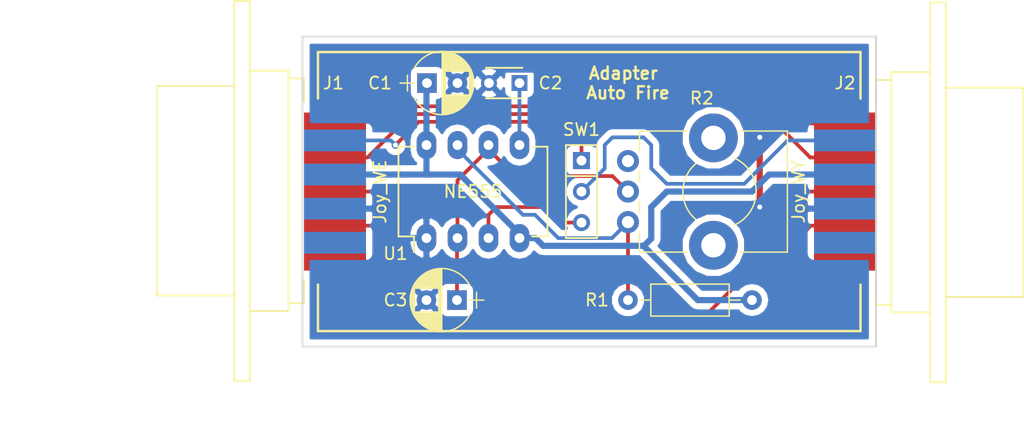
<source format=kicad_pcb>
(kicad_pcb (version 4) (host pcbnew 4.0.7)

  (general
    (links 23)
    (no_connects 0)
    (area 95.349287 85.700799 178.713201 123.350001)
    (thickness 1.6)
    (drawings 13)
    (tracks 103)
    (zones 0)
    (modules 9)
    (nets 18)
  )

  (page A4)
  (title_block
    (rev 0.2)
  )

  (layers
    (0 F.Cu signal)
    (31 B.Cu signal)
    (32 B.Adhes user)
    (33 F.Adhes user)
    (34 B.Paste user)
    (35 F.Paste user)
    (36 B.SilkS user)
    (37 F.SilkS user)
    (38 B.Mask user)
    (39 F.Mask user)
    (40 Dwgs.User user)
    (41 Cmts.User user)
    (42 Eco1.User user)
    (43 Eco2.User user)
    (44 Edge.Cuts user)
    (45 Margin user)
    (46 B.CrtYd user)
    (47 F.CrtYd user)
    (48 B.Fab user)
    (49 F.Fab user)
  )

  (setup
    (last_trace_width 0.3048)
    (trace_clearance 0.2032)
    (zone_clearance 0.508)
    (zone_45_only no)
    (trace_min 0.2)
    (segment_width 0.2)
    (edge_width 0.15)
    (via_size 0.6096)
    (via_drill 0.4064)
    (via_min_size 0.4)
    (via_min_drill 0.3)
    (uvia_size 0.3)
    (uvia_drill 0.1)
    (uvias_allowed no)
    (uvia_min_size 0.2)
    (uvia_min_drill 0.1)
    (pcb_text_width 0.3)
    (pcb_text_size 1.5 1.5)
    (mod_edge_width 0.15)
    (mod_text_size 1 1)
    (mod_text_width 0.15)
    (pad_size 1.524 1.524)
    (pad_drill 0.762)
    (pad_to_mask_clearance 0.2)
    (aux_axis_origin 0 0)
    (visible_elements FFFFFF7F)
    (pcbplotparams
      (layerselection 0x00030_80000001)
      (usegerberextensions false)
      (excludeedgelayer true)
      (linewidth 0.100000)
      (plotframeref false)
      (viasonmask false)
      (mode 1)
      (useauxorigin false)
      (hpglpennumber 1)
      (hpglpenspeed 20)
      (hpglpendiameter 15)
      (hpglpenoverlay 2)
      (psnegative false)
      (psa4output false)
      (plotreference true)
      (plotvalue true)
      (plotinvisibletext false)
      (padsonsilk false)
      (subtractmaskfromsilk false)
      (outputformat 1)
      (mirror false)
      (drillshape 1)
      (scaleselection 1)
      (outputdirectory ""))
  )

  (net 0 "")
  (net 1 +5V)
  (net 2 GND)
  (net 3 "Net-(C2-Pad1)")
  (net 4 "Net-(C3-Pad1)")
  (net 5 /Down)
  (net 6 /Left)
  (net 7 /Right)
  (net 8 "Net-(J1-Pad5)")
  (net 9 /Up)
  (net 10 "Net-(J1-Pad9)")
  (net 11 /Fire)
  (net 12 "Net-(J2-Pad5)")
  (net 13 /aFire)
  (net 14 "Net-(J2-Pad9)")
  (net 15 "Net-(R1-Pad1)")
  (net 16 "Net-(R2-Pad3)")
  (net 17 "Net-(SW1-Pad3)")

  (net_class Default "This is the default net class."
    (clearance 0.2032)
    (trace_width 0.3048)
    (via_dia 0.6096)
    (via_drill 0.4064)
    (uvia_dia 0.3)
    (uvia_drill 0.1)
    (add_net /Down)
    (add_net /Fire)
    (add_net /Left)
    (add_net /Right)
    (add_net /Up)
    (add_net /aFire)
    (add_net "Net-(C2-Pad1)")
    (add_net "Net-(C3-Pad1)")
    (add_net "Net-(J1-Pad5)")
    (add_net "Net-(J1-Pad9)")
    (add_net "Net-(J2-Pad5)")
    (add_net "Net-(J2-Pad9)")
    (add_net "Net-(R1-Pad1)")
    (add_net "Net-(R2-Pad3)")
    (add_net "Net-(SW1-Pad3)")
  )

  (net_class PWR ""
    (clearance 0.2032)
    (trace_width 0.508)
    (via_dia 0.762)
    (via_drill 0.4064)
    (uvia_dia 0.3)
    (uvia_drill 0.1)
    (add_net +5V)
    (add_net GND)
  )

  (module Potentiometers:Potentiometer_Alps_RK09K_Horizontal (layer F.Cu) (tedit 58826B09) (tstamp 5AE9FA04)
    (at 146.05 104.1)
    (descr "Potentiometer, horizontally mounted, Omeg PC16PU, Omeg PC16PU, Omeg PC16PU, Vishay/Spectrol 248GJ/249GJ Single, Vishay/Spectrol 248GJ/249GJ Single, Vishay/Spectrol 248GJ/249GJ Single, Vishay/Spectrol 248GH/249GH Single, Vishay/Spectrol 148/149 Single, Vishay/Spectrol 148/149 Single, Vishay/Spectrol 148/149 Single, Vishay/Spectrol 148A/149A Single with mounting plates, Vishay/Spectrol 148/149 Double, Vishay/Spectrol 148A/149A Double with mounting plates, Piher PC-16 Single, Piher PC-16 Single, Piher PC-16 Single, Piher PC-16SV Single, Piher PC-16 Double, Piher PC-16 Triple, Piher T16H Single, Piher T16L Single, Piher T16H Double, Alps RK163 Single, Alps RK163 Double, Alps RK097 Single, Alps RK097 Double, Bourns PTV09A-2 Single with mounting sleve Single, Bourns PTV09A-1 with mounting sleve Single, Bourns PRS11S Single, Alps RK09K Single with mounting sleve Single, Alps RK09K with mounting sleve Single, http://www.alps.com/prod/info/E/HTML/Potentiometer/RotaryPotentiometers/RK09K/RK09D1130C1B.html")
    (tags "Potentiometer horizontal  Omeg PC16PU  Omeg PC16PU  Omeg PC16PU  Vishay/Spectrol 248GJ/249GJ Single  Vishay/Spectrol 248GJ/249GJ Single  Vishay/Spectrol 248GJ/249GJ Single  Vishay/Spectrol 248GH/249GH Single  Vishay/Spectrol 148/149 Single  Vishay/Spectrol 148/149 Single  Vishay/Spectrol 148/149 Single  Vishay/Spectrol 148A/149A Single with mounting plates  Vishay/Spectrol 148/149 Double  Vishay/Spectrol 148A/149A Double with mounting plates  Piher PC-16 Single  Piher PC-16 Single  Piher PC-16 Single  Piher PC-16SV Single  Piher PC-16 Double  Piher PC-16 Triple  Piher T16H Single  Piher T16L Single  Piher T16H Double  Alps RK163 Single  Alps RK163 Double  Alps RK097 Single  Alps RK097 Double  Bourns PTV09A-2 Single with mounting sleve Single  Bourns PTV09A-1 with mounting sleve Single  Bourns PRS11S Single  Alps RK09K Single with mounting sleve Single  Alps RK09K with mounting sleve Single")
    (path /5AE8C47D)
    (fp_text reference R2 (at 6.05 -10.15) (layer F.SilkS)
      (effects (font (size 1 1) (thickness 0.15)))
    )
    (fp_text value 100k (at 6.05 5.15) (layer F.Fab)
      (effects (font (size 1 1) (thickness 0.15)))
    )
    (fp_arc (start 7.5 -2.5) (end 8.673 0.262) (angle -134) (layer F.SilkS) (width 0.12))
    (fp_arc (start 7.5 -2.5) (end 5.572 -4.798) (angle -100) (layer F.SilkS) (width 0.12))
    (fp_circle (center 7.5 -2.5) (end 10.75 -2.5) (layer F.Fab) (width 0.1))
    (fp_circle (center 7.5 -2.5) (end 10.5 -2.5) (layer F.Fab) (width 0.1))
    (fp_line (start 1 -7.4) (end 1 2.4) (layer F.Fab) (width 0.1))
    (fp_line (start 1 2.4) (end 13 2.4) (layer F.Fab) (width 0.1))
    (fp_line (start 13 2.4) (end 13 -7.4) (layer F.Fab) (width 0.1))
    (fp_line (start 13 -7.4) (end 1 -7.4) (layer F.Fab) (width 0.1))
    (fp_line (start 0.94 -7.461) (end 4.806 -7.461) (layer F.SilkS) (width 0.12))
    (fp_line (start 9.195 -7.461) (end 13.06 -7.461) (layer F.SilkS) (width 0.12))
    (fp_line (start 0.94 2.46) (end 4.806 2.46) (layer F.SilkS) (width 0.12))
    (fp_line (start 9.195 2.46) (end 13.06 2.46) (layer F.SilkS) (width 0.12))
    (fp_line (start 0.94 -7.461) (end 0.94 -5.825) (layer F.SilkS) (width 0.12))
    (fp_line (start 0.94 -4.175) (end 0.94 -3.325) (layer F.SilkS) (width 0.12))
    (fp_line (start 0.94 -1.675) (end 0.94 -0.825) (layer F.SilkS) (width 0.12))
    (fp_line (start 0.94 0.825) (end 0.94 2.46) (layer F.SilkS) (width 0.12))
    (fp_line (start 13.06 -7.461) (end 13.06 2.46) (layer F.SilkS) (width 0.12))
    (fp_line (start -1.15 -9.15) (end -1.15 4.15) (layer F.CrtYd) (width 0.05))
    (fp_line (start -1.15 4.15) (end 13.25 4.15) (layer F.CrtYd) (width 0.05))
    (fp_line (start 13.25 4.15) (end 13.25 -9.15) (layer F.CrtYd) (width 0.05))
    (fp_line (start 13.25 -9.15) (end -1.15 -9.15) (layer F.CrtYd) (width 0.05))
    (pad 3 thru_hole circle (at 0 -5) (size 1.8 1.8) (drill 1) (layers *.Cu *.Mask)
      (net 16 "Net-(R2-Pad3)"))
    (pad 2 thru_hole circle (at 0 -2.5) (size 1.8 1.8) (drill 1) (layers *.Cu *.Mask)
      (net 4 "Net-(C3-Pad1)"))
    (pad 1 thru_hole circle (at 0 0) (size 1.8 1.8) (drill 1) (layers *.Cu *.Mask)
      (net 15 "Net-(R1-Pad1)"))
    (pad 0 np_thru_hole circle (at 7 -6.9) (size 4 4) (drill 2) (layers *.Cu *.Mask))
    (pad 0 np_thru_hole circle (at 7 1.9) (size 4 4) (drill 2) (layers *.Cu *.Mask))
    (model Potentiometers.3dshapes/Potentiometer_Alps_RK09K_Horizontal.wrl
      (at (xyz 0 0 0))
      (scale (xyz 0.393701 0.393701 0.393701))
      (rotate (xyz 0 0 0))
    )
  )

  (module Capacitors_THT:CP_Radial_D5.0mm_P2.50mm (layer F.Cu) (tedit 597BC7C2) (tstamp 5AE8BE62)
    (at 129.58 92.71)
    (descr "CP, Radial series, Radial, pin pitch=2.50mm, , diameter=5mm, Electrolytic Capacitor")
    (tags "CP Radial series Radial pin pitch 2.50mm  diameter 5mm Electrolytic Capacitor")
    (path /5AE8B451)
    (fp_text reference C1 (at -3.85 0) (layer F.SilkS)
      (effects (font (size 1 1) (thickness 0.15)))
    )
    (fp_text value 4.7uF (at 1.25 3.81) (layer F.Fab)
      (effects (font (size 1 1) (thickness 0.15)))
    )
    (fp_arc (start 1.25 0) (end -1.05558 -1.18) (angle 125.8) (layer F.SilkS) (width 0.12))
    (fp_arc (start 1.25 0) (end -1.05558 1.18) (angle -125.8) (layer F.SilkS) (width 0.12))
    (fp_arc (start 1.25 0) (end 3.55558 -1.18) (angle 54.2) (layer F.SilkS) (width 0.12))
    (fp_circle (center 1.25 0) (end 3.75 0) (layer F.Fab) (width 0.1))
    (fp_line (start -2.2 0) (end -1 0) (layer F.Fab) (width 0.1))
    (fp_line (start -1.6 -0.65) (end -1.6 0.65) (layer F.Fab) (width 0.1))
    (fp_line (start 1.25 -2.55) (end 1.25 2.55) (layer F.SilkS) (width 0.12))
    (fp_line (start 1.29 -2.55) (end 1.29 2.55) (layer F.SilkS) (width 0.12))
    (fp_line (start 1.33 -2.549) (end 1.33 2.549) (layer F.SilkS) (width 0.12))
    (fp_line (start 1.37 -2.548) (end 1.37 2.548) (layer F.SilkS) (width 0.12))
    (fp_line (start 1.41 -2.546) (end 1.41 2.546) (layer F.SilkS) (width 0.12))
    (fp_line (start 1.45 -2.543) (end 1.45 2.543) (layer F.SilkS) (width 0.12))
    (fp_line (start 1.49 -2.539) (end 1.49 2.539) (layer F.SilkS) (width 0.12))
    (fp_line (start 1.53 -2.535) (end 1.53 -0.98) (layer F.SilkS) (width 0.12))
    (fp_line (start 1.53 0.98) (end 1.53 2.535) (layer F.SilkS) (width 0.12))
    (fp_line (start 1.57 -2.531) (end 1.57 -0.98) (layer F.SilkS) (width 0.12))
    (fp_line (start 1.57 0.98) (end 1.57 2.531) (layer F.SilkS) (width 0.12))
    (fp_line (start 1.61 -2.525) (end 1.61 -0.98) (layer F.SilkS) (width 0.12))
    (fp_line (start 1.61 0.98) (end 1.61 2.525) (layer F.SilkS) (width 0.12))
    (fp_line (start 1.65 -2.519) (end 1.65 -0.98) (layer F.SilkS) (width 0.12))
    (fp_line (start 1.65 0.98) (end 1.65 2.519) (layer F.SilkS) (width 0.12))
    (fp_line (start 1.69 -2.513) (end 1.69 -0.98) (layer F.SilkS) (width 0.12))
    (fp_line (start 1.69 0.98) (end 1.69 2.513) (layer F.SilkS) (width 0.12))
    (fp_line (start 1.73 -2.506) (end 1.73 -0.98) (layer F.SilkS) (width 0.12))
    (fp_line (start 1.73 0.98) (end 1.73 2.506) (layer F.SilkS) (width 0.12))
    (fp_line (start 1.77 -2.498) (end 1.77 -0.98) (layer F.SilkS) (width 0.12))
    (fp_line (start 1.77 0.98) (end 1.77 2.498) (layer F.SilkS) (width 0.12))
    (fp_line (start 1.81 -2.489) (end 1.81 -0.98) (layer F.SilkS) (width 0.12))
    (fp_line (start 1.81 0.98) (end 1.81 2.489) (layer F.SilkS) (width 0.12))
    (fp_line (start 1.85 -2.48) (end 1.85 -0.98) (layer F.SilkS) (width 0.12))
    (fp_line (start 1.85 0.98) (end 1.85 2.48) (layer F.SilkS) (width 0.12))
    (fp_line (start 1.89 -2.47) (end 1.89 -0.98) (layer F.SilkS) (width 0.12))
    (fp_line (start 1.89 0.98) (end 1.89 2.47) (layer F.SilkS) (width 0.12))
    (fp_line (start 1.93 -2.46) (end 1.93 -0.98) (layer F.SilkS) (width 0.12))
    (fp_line (start 1.93 0.98) (end 1.93 2.46) (layer F.SilkS) (width 0.12))
    (fp_line (start 1.971 -2.448) (end 1.971 -0.98) (layer F.SilkS) (width 0.12))
    (fp_line (start 1.971 0.98) (end 1.971 2.448) (layer F.SilkS) (width 0.12))
    (fp_line (start 2.011 -2.436) (end 2.011 -0.98) (layer F.SilkS) (width 0.12))
    (fp_line (start 2.011 0.98) (end 2.011 2.436) (layer F.SilkS) (width 0.12))
    (fp_line (start 2.051 -2.424) (end 2.051 -0.98) (layer F.SilkS) (width 0.12))
    (fp_line (start 2.051 0.98) (end 2.051 2.424) (layer F.SilkS) (width 0.12))
    (fp_line (start 2.091 -2.41) (end 2.091 -0.98) (layer F.SilkS) (width 0.12))
    (fp_line (start 2.091 0.98) (end 2.091 2.41) (layer F.SilkS) (width 0.12))
    (fp_line (start 2.131 -2.396) (end 2.131 -0.98) (layer F.SilkS) (width 0.12))
    (fp_line (start 2.131 0.98) (end 2.131 2.396) (layer F.SilkS) (width 0.12))
    (fp_line (start 2.171 -2.382) (end 2.171 -0.98) (layer F.SilkS) (width 0.12))
    (fp_line (start 2.171 0.98) (end 2.171 2.382) (layer F.SilkS) (width 0.12))
    (fp_line (start 2.211 -2.366) (end 2.211 -0.98) (layer F.SilkS) (width 0.12))
    (fp_line (start 2.211 0.98) (end 2.211 2.366) (layer F.SilkS) (width 0.12))
    (fp_line (start 2.251 -2.35) (end 2.251 -0.98) (layer F.SilkS) (width 0.12))
    (fp_line (start 2.251 0.98) (end 2.251 2.35) (layer F.SilkS) (width 0.12))
    (fp_line (start 2.291 -2.333) (end 2.291 -0.98) (layer F.SilkS) (width 0.12))
    (fp_line (start 2.291 0.98) (end 2.291 2.333) (layer F.SilkS) (width 0.12))
    (fp_line (start 2.331 -2.315) (end 2.331 -0.98) (layer F.SilkS) (width 0.12))
    (fp_line (start 2.331 0.98) (end 2.331 2.315) (layer F.SilkS) (width 0.12))
    (fp_line (start 2.371 -2.296) (end 2.371 -0.98) (layer F.SilkS) (width 0.12))
    (fp_line (start 2.371 0.98) (end 2.371 2.296) (layer F.SilkS) (width 0.12))
    (fp_line (start 2.411 -2.276) (end 2.411 -0.98) (layer F.SilkS) (width 0.12))
    (fp_line (start 2.411 0.98) (end 2.411 2.276) (layer F.SilkS) (width 0.12))
    (fp_line (start 2.451 -2.256) (end 2.451 -0.98) (layer F.SilkS) (width 0.12))
    (fp_line (start 2.451 0.98) (end 2.451 2.256) (layer F.SilkS) (width 0.12))
    (fp_line (start 2.491 -2.234) (end 2.491 -0.98) (layer F.SilkS) (width 0.12))
    (fp_line (start 2.491 0.98) (end 2.491 2.234) (layer F.SilkS) (width 0.12))
    (fp_line (start 2.531 -2.212) (end 2.531 -0.98) (layer F.SilkS) (width 0.12))
    (fp_line (start 2.531 0.98) (end 2.531 2.212) (layer F.SilkS) (width 0.12))
    (fp_line (start 2.571 -2.189) (end 2.571 -0.98) (layer F.SilkS) (width 0.12))
    (fp_line (start 2.571 0.98) (end 2.571 2.189) (layer F.SilkS) (width 0.12))
    (fp_line (start 2.611 -2.165) (end 2.611 -0.98) (layer F.SilkS) (width 0.12))
    (fp_line (start 2.611 0.98) (end 2.611 2.165) (layer F.SilkS) (width 0.12))
    (fp_line (start 2.651 -2.14) (end 2.651 -0.98) (layer F.SilkS) (width 0.12))
    (fp_line (start 2.651 0.98) (end 2.651 2.14) (layer F.SilkS) (width 0.12))
    (fp_line (start 2.691 -2.113) (end 2.691 -0.98) (layer F.SilkS) (width 0.12))
    (fp_line (start 2.691 0.98) (end 2.691 2.113) (layer F.SilkS) (width 0.12))
    (fp_line (start 2.731 -2.086) (end 2.731 -0.98) (layer F.SilkS) (width 0.12))
    (fp_line (start 2.731 0.98) (end 2.731 2.086) (layer F.SilkS) (width 0.12))
    (fp_line (start 2.771 -2.058) (end 2.771 -0.98) (layer F.SilkS) (width 0.12))
    (fp_line (start 2.771 0.98) (end 2.771 2.058) (layer F.SilkS) (width 0.12))
    (fp_line (start 2.811 -2.028) (end 2.811 -0.98) (layer F.SilkS) (width 0.12))
    (fp_line (start 2.811 0.98) (end 2.811 2.028) (layer F.SilkS) (width 0.12))
    (fp_line (start 2.851 -1.997) (end 2.851 -0.98) (layer F.SilkS) (width 0.12))
    (fp_line (start 2.851 0.98) (end 2.851 1.997) (layer F.SilkS) (width 0.12))
    (fp_line (start 2.891 -1.965) (end 2.891 -0.98) (layer F.SilkS) (width 0.12))
    (fp_line (start 2.891 0.98) (end 2.891 1.965) (layer F.SilkS) (width 0.12))
    (fp_line (start 2.931 -1.932) (end 2.931 -0.98) (layer F.SilkS) (width 0.12))
    (fp_line (start 2.931 0.98) (end 2.931 1.932) (layer F.SilkS) (width 0.12))
    (fp_line (start 2.971 -1.897) (end 2.971 -0.98) (layer F.SilkS) (width 0.12))
    (fp_line (start 2.971 0.98) (end 2.971 1.897) (layer F.SilkS) (width 0.12))
    (fp_line (start 3.011 -1.861) (end 3.011 -0.98) (layer F.SilkS) (width 0.12))
    (fp_line (start 3.011 0.98) (end 3.011 1.861) (layer F.SilkS) (width 0.12))
    (fp_line (start 3.051 -1.823) (end 3.051 -0.98) (layer F.SilkS) (width 0.12))
    (fp_line (start 3.051 0.98) (end 3.051 1.823) (layer F.SilkS) (width 0.12))
    (fp_line (start 3.091 -1.783) (end 3.091 -0.98) (layer F.SilkS) (width 0.12))
    (fp_line (start 3.091 0.98) (end 3.091 1.783) (layer F.SilkS) (width 0.12))
    (fp_line (start 3.131 -1.742) (end 3.131 -0.98) (layer F.SilkS) (width 0.12))
    (fp_line (start 3.131 0.98) (end 3.131 1.742) (layer F.SilkS) (width 0.12))
    (fp_line (start 3.171 -1.699) (end 3.171 -0.98) (layer F.SilkS) (width 0.12))
    (fp_line (start 3.171 0.98) (end 3.171 1.699) (layer F.SilkS) (width 0.12))
    (fp_line (start 3.211 -1.654) (end 3.211 -0.98) (layer F.SilkS) (width 0.12))
    (fp_line (start 3.211 0.98) (end 3.211 1.654) (layer F.SilkS) (width 0.12))
    (fp_line (start 3.251 -1.606) (end 3.251 -0.98) (layer F.SilkS) (width 0.12))
    (fp_line (start 3.251 0.98) (end 3.251 1.606) (layer F.SilkS) (width 0.12))
    (fp_line (start 3.291 -1.556) (end 3.291 -0.98) (layer F.SilkS) (width 0.12))
    (fp_line (start 3.291 0.98) (end 3.291 1.556) (layer F.SilkS) (width 0.12))
    (fp_line (start 3.331 -1.504) (end 3.331 -0.98) (layer F.SilkS) (width 0.12))
    (fp_line (start 3.331 0.98) (end 3.331 1.504) (layer F.SilkS) (width 0.12))
    (fp_line (start 3.371 -1.448) (end 3.371 -0.98) (layer F.SilkS) (width 0.12))
    (fp_line (start 3.371 0.98) (end 3.371 1.448) (layer F.SilkS) (width 0.12))
    (fp_line (start 3.411 -1.39) (end 3.411 -0.98) (layer F.SilkS) (width 0.12))
    (fp_line (start 3.411 0.98) (end 3.411 1.39) (layer F.SilkS) (width 0.12))
    (fp_line (start 3.451 -1.327) (end 3.451 -0.98) (layer F.SilkS) (width 0.12))
    (fp_line (start 3.451 0.98) (end 3.451 1.327) (layer F.SilkS) (width 0.12))
    (fp_line (start 3.491 -1.261) (end 3.491 1.261) (layer F.SilkS) (width 0.12))
    (fp_line (start 3.531 -1.189) (end 3.531 1.189) (layer F.SilkS) (width 0.12))
    (fp_line (start 3.571 -1.112) (end 3.571 1.112) (layer F.SilkS) (width 0.12))
    (fp_line (start 3.611 -1.028) (end 3.611 1.028) (layer F.SilkS) (width 0.12))
    (fp_line (start 3.651 -0.934) (end 3.651 0.934) (layer F.SilkS) (width 0.12))
    (fp_line (start 3.691 -0.829) (end 3.691 0.829) (layer F.SilkS) (width 0.12))
    (fp_line (start 3.731 -0.707) (end 3.731 0.707) (layer F.SilkS) (width 0.12))
    (fp_line (start 3.771 -0.559) (end 3.771 0.559) (layer F.SilkS) (width 0.12))
    (fp_line (start 3.811 -0.354) (end 3.811 0.354) (layer F.SilkS) (width 0.12))
    (fp_line (start -2.2 0) (end -1 0) (layer F.SilkS) (width 0.12))
    (fp_line (start -1.6 -0.65) (end -1.6 0.65) (layer F.SilkS) (width 0.12))
    (fp_line (start -1.6 -2.85) (end -1.6 2.85) (layer F.CrtYd) (width 0.05))
    (fp_line (start -1.6 2.85) (end 4.1 2.85) (layer F.CrtYd) (width 0.05))
    (fp_line (start 4.1 2.85) (end 4.1 -2.85) (layer F.CrtYd) (width 0.05))
    (fp_line (start 4.1 -2.85) (end -1.6 -2.85) (layer F.CrtYd) (width 0.05))
    (fp_text user %R (at 1.25 0) (layer F.Fab)
      (effects (font (size 1 1) (thickness 0.15)))
    )
    (pad 1 thru_hole rect (at 0 0) (size 1.6 1.6) (drill 0.8) (layers *.Cu *.Mask)
      (net 1 +5V))
    (pad 2 thru_hole circle (at 2.5 0) (size 1.6 1.6) (drill 0.8) (layers *.Cu *.Mask)
      (net 2 GND))
    (model ${KISYS3DMOD}/Capacitors_THT.3dshapes/CP_Radial_D5.0mm_P2.50mm.wrl
      (at (xyz 0 0 0))
      (scale (xyz 1 1 1))
      (rotate (xyz 0 0 0))
    )
  )

  (module Capacitors_THT:C_Disc_D3_P2.5 (layer F.Cu) (tedit 0) (tstamp 5AE8BE68)
    (at 137.16 92.71 180)
    (descr "Capacitor 3mm Disc, Pitch 2.5mm")
    (tags Capacitor)
    (path /5AE8B4AF)
    (fp_text reference C2 (at -2.54 0 180) (layer F.SilkS)
      (effects (font (size 1 1) (thickness 0.15)))
    )
    (fp_text value 10nF (at 1.25 2.5 180) (layer F.Fab)
      (effects (font (size 1 1) (thickness 0.15)))
    )
    (fp_line (start -0.9 -1.5) (end 3.4 -1.5) (layer F.CrtYd) (width 0.05))
    (fp_line (start 3.4 -1.5) (end 3.4 1.5) (layer F.CrtYd) (width 0.05))
    (fp_line (start 3.4 1.5) (end -0.9 1.5) (layer F.CrtYd) (width 0.05))
    (fp_line (start -0.9 1.5) (end -0.9 -1.5) (layer F.CrtYd) (width 0.05))
    (fp_line (start -0.25 -1.25) (end 2.75 -1.25) (layer F.SilkS) (width 0.15))
    (fp_line (start 2.75 1.25) (end -0.25 1.25) (layer F.SilkS) (width 0.15))
    (pad 1 thru_hole rect (at 0 0 180) (size 1.3 1.3) (drill 0.8) (layers *.Cu *.Mask)
      (net 3 "Net-(C2-Pad1)"))
    (pad 2 thru_hole circle (at 2.5 0 180) (size 1.3 1.3) (drill 0.8001) (layers *.Cu *.Mask)
      (net 2 GND))
    (model Capacitors_ThroughHole.3dshapes/C_Disc_D3_P2.5.wrl
      (at (xyz 0.0492126 0 0))
      (scale (xyz 1 1 1))
      (rotate (xyz 0 0 0))
    )
  )

  (module Capacitors_THT:CP_Radial_D5.0mm_P2.50mm (layer F.Cu) (tedit 597BC7C2) (tstamp 5AE8BE6E)
    (at 132.04 110.49 180)
    (descr "CP, Radial series, Radial, pin pitch=2.50mm, , diameter=5mm, Electrolytic Capacitor")
    (tags "CP Radial series Radial pin pitch 2.50mm  diameter 5mm Electrolytic Capacitor")
    (path /5AE8C6C9)
    (fp_text reference C3 (at 5.04 0 180) (layer F.SilkS)
      (effects (font (size 1 1) (thickness 0.15)))
    )
    (fp_text value 4.7uF (at 1.25 3.81 180) (layer F.Fab)
      (effects (font (size 1 1) (thickness 0.15)))
    )
    (fp_arc (start 1.25 0) (end -1.05558 -1.18) (angle 125.8) (layer F.SilkS) (width 0.12))
    (fp_arc (start 1.25 0) (end -1.05558 1.18) (angle -125.8) (layer F.SilkS) (width 0.12))
    (fp_arc (start 1.25 0) (end 3.55558 -1.18) (angle 54.2) (layer F.SilkS) (width 0.12))
    (fp_circle (center 1.25 0) (end 3.75 0) (layer F.Fab) (width 0.1))
    (fp_line (start -2.2 0) (end -1 0) (layer F.Fab) (width 0.1))
    (fp_line (start -1.6 -0.65) (end -1.6 0.65) (layer F.Fab) (width 0.1))
    (fp_line (start 1.25 -2.55) (end 1.25 2.55) (layer F.SilkS) (width 0.12))
    (fp_line (start 1.29 -2.55) (end 1.29 2.55) (layer F.SilkS) (width 0.12))
    (fp_line (start 1.33 -2.549) (end 1.33 2.549) (layer F.SilkS) (width 0.12))
    (fp_line (start 1.37 -2.548) (end 1.37 2.548) (layer F.SilkS) (width 0.12))
    (fp_line (start 1.41 -2.546) (end 1.41 2.546) (layer F.SilkS) (width 0.12))
    (fp_line (start 1.45 -2.543) (end 1.45 2.543) (layer F.SilkS) (width 0.12))
    (fp_line (start 1.49 -2.539) (end 1.49 2.539) (layer F.SilkS) (width 0.12))
    (fp_line (start 1.53 -2.535) (end 1.53 -0.98) (layer F.SilkS) (width 0.12))
    (fp_line (start 1.53 0.98) (end 1.53 2.535) (layer F.SilkS) (width 0.12))
    (fp_line (start 1.57 -2.531) (end 1.57 -0.98) (layer F.SilkS) (width 0.12))
    (fp_line (start 1.57 0.98) (end 1.57 2.531) (layer F.SilkS) (width 0.12))
    (fp_line (start 1.61 -2.525) (end 1.61 -0.98) (layer F.SilkS) (width 0.12))
    (fp_line (start 1.61 0.98) (end 1.61 2.525) (layer F.SilkS) (width 0.12))
    (fp_line (start 1.65 -2.519) (end 1.65 -0.98) (layer F.SilkS) (width 0.12))
    (fp_line (start 1.65 0.98) (end 1.65 2.519) (layer F.SilkS) (width 0.12))
    (fp_line (start 1.69 -2.513) (end 1.69 -0.98) (layer F.SilkS) (width 0.12))
    (fp_line (start 1.69 0.98) (end 1.69 2.513) (layer F.SilkS) (width 0.12))
    (fp_line (start 1.73 -2.506) (end 1.73 -0.98) (layer F.SilkS) (width 0.12))
    (fp_line (start 1.73 0.98) (end 1.73 2.506) (layer F.SilkS) (width 0.12))
    (fp_line (start 1.77 -2.498) (end 1.77 -0.98) (layer F.SilkS) (width 0.12))
    (fp_line (start 1.77 0.98) (end 1.77 2.498) (layer F.SilkS) (width 0.12))
    (fp_line (start 1.81 -2.489) (end 1.81 -0.98) (layer F.SilkS) (width 0.12))
    (fp_line (start 1.81 0.98) (end 1.81 2.489) (layer F.SilkS) (width 0.12))
    (fp_line (start 1.85 -2.48) (end 1.85 -0.98) (layer F.SilkS) (width 0.12))
    (fp_line (start 1.85 0.98) (end 1.85 2.48) (layer F.SilkS) (width 0.12))
    (fp_line (start 1.89 -2.47) (end 1.89 -0.98) (layer F.SilkS) (width 0.12))
    (fp_line (start 1.89 0.98) (end 1.89 2.47) (layer F.SilkS) (width 0.12))
    (fp_line (start 1.93 -2.46) (end 1.93 -0.98) (layer F.SilkS) (width 0.12))
    (fp_line (start 1.93 0.98) (end 1.93 2.46) (layer F.SilkS) (width 0.12))
    (fp_line (start 1.971 -2.448) (end 1.971 -0.98) (layer F.SilkS) (width 0.12))
    (fp_line (start 1.971 0.98) (end 1.971 2.448) (layer F.SilkS) (width 0.12))
    (fp_line (start 2.011 -2.436) (end 2.011 -0.98) (layer F.SilkS) (width 0.12))
    (fp_line (start 2.011 0.98) (end 2.011 2.436) (layer F.SilkS) (width 0.12))
    (fp_line (start 2.051 -2.424) (end 2.051 -0.98) (layer F.SilkS) (width 0.12))
    (fp_line (start 2.051 0.98) (end 2.051 2.424) (layer F.SilkS) (width 0.12))
    (fp_line (start 2.091 -2.41) (end 2.091 -0.98) (layer F.SilkS) (width 0.12))
    (fp_line (start 2.091 0.98) (end 2.091 2.41) (layer F.SilkS) (width 0.12))
    (fp_line (start 2.131 -2.396) (end 2.131 -0.98) (layer F.SilkS) (width 0.12))
    (fp_line (start 2.131 0.98) (end 2.131 2.396) (layer F.SilkS) (width 0.12))
    (fp_line (start 2.171 -2.382) (end 2.171 -0.98) (layer F.SilkS) (width 0.12))
    (fp_line (start 2.171 0.98) (end 2.171 2.382) (layer F.SilkS) (width 0.12))
    (fp_line (start 2.211 -2.366) (end 2.211 -0.98) (layer F.SilkS) (width 0.12))
    (fp_line (start 2.211 0.98) (end 2.211 2.366) (layer F.SilkS) (width 0.12))
    (fp_line (start 2.251 -2.35) (end 2.251 -0.98) (layer F.SilkS) (width 0.12))
    (fp_line (start 2.251 0.98) (end 2.251 2.35) (layer F.SilkS) (width 0.12))
    (fp_line (start 2.291 -2.333) (end 2.291 -0.98) (layer F.SilkS) (width 0.12))
    (fp_line (start 2.291 0.98) (end 2.291 2.333) (layer F.SilkS) (width 0.12))
    (fp_line (start 2.331 -2.315) (end 2.331 -0.98) (layer F.SilkS) (width 0.12))
    (fp_line (start 2.331 0.98) (end 2.331 2.315) (layer F.SilkS) (width 0.12))
    (fp_line (start 2.371 -2.296) (end 2.371 -0.98) (layer F.SilkS) (width 0.12))
    (fp_line (start 2.371 0.98) (end 2.371 2.296) (layer F.SilkS) (width 0.12))
    (fp_line (start 2.411 -2.276) (end 2.411 -0.98) (layer F.SilkS) (width 0.12))
    (fp_line (start 2.411 0.98) (end 2.411 2.276) (layer F.SilkS) (width 0.12))
    (fp_line (start 2.451 -2.256) (end 2.451 -0.98) (layer F.SilkS) (width 0.12))
    (fp_line (start 2.451 0.98) (end 2.451 2.256) (layer F.SilkS) (width 0.12))
    (fp_line (start 2.491 -2.234) (end 2.491 -0.98) (layer F.SilkS) (width 0.12))
    (fp_line (start 2.491 0.98) (end 2.491 2.234) (layer F.SilkS) (width 0.12))
    (fp_line (start 2.531 -2.212) (end 2.531 -0.98) (layer F.SilkS) (width 0.12))
    (fp_line (start 2.531 0.98) (end 2.531 2.212) (layer F.SilkS) (width 0.12))
    (fp_line (start 2.571 -2.189) (end 2.571 -0.98) (layer F.SilkS) (width 0.12))
    (fp_line (start 2.571 0.98) (end 2.571 2.189) (layer F.SilkS) (width 0.12))
    (fp_line (start 2.611 -2.165) (end 2.611 -0.98) (layer F.SilkS) (width 0.12))
    (fp_line (start 2.611 0.98) (end 2.611 2.165) (layer F.SilkS) (width 0.12))
    (fp_line (start 2.651 -2.14) (end 2.651 -0.98) (layer F.SilkS) (width 0.12))
    (fp_line (start 2.651 0.98) (end 2.651 2.14) (layer F.SilkS) (width 0.12))
    (fp_line (start 2.691 -2.113) (end 2.691 -0.98) (layer F.SilkS) (width 0.12))
    (fp_line (start 2.691 0.98) (end 2.691 2.113) (layer F.SilkS) (width 0.12))
    (fp_line (start 2.731 -2.086) (end 2.731 -0.98) (layer F.SilkS) (width 0.12))
    (fp_line (start 2.731 0.98) (end 2.731 2.086) (layer F.SilkS) (width 0.12))
    (fp_line (start 2.771 -2.058) (end 2.771 -0.98) (layer F.SilkS) (width 0.12))
    (fp_line (start 2.771 0.98) (end 2.771 2.058) (layer F.SilkS) (width 0.12))
    (fp_line (start 2.811 -2.028) (end 2.811 -0.98) (layer F.SilkS) (width 0.12))
    (fp_line (start 2.811 0.98) (end 2.811 2.028) (layer F.SilkS) (width 0.12))
    (fp_line (start 2.851 -1.997) (end 2.851 -0.98) (layer F.SilkS) (width 0.12))
    (fp_line (start 2.851 0.98) (end 2.851 1.997) (layer F.SilkS) (width 0.12))
    (fp_line (start 2.891 -1.965) (end 2.891 -0.98) (layer F.SilkS) (width 0.12))
    (fp_line (start 2.891 0.98) (end 2.891 1.965) (layer F.SilkS) (width 0.12))
    (fp_line (start 2.931 -1.932) (end 2.931 -0.98) (layer F.SilkS) (width 0.12))
    (fp_line (start 2.931 0.98) (end 2.931 1.932) (layer F.SilkS) (width 0.12))
    (fp_line (start 2.971 -1.897) (end 2.971 -0.98) (layer F.SilkS) (width 0.12))
    (fp_line (start 2.971 0.98) (end 2.971 1.897) (layer F.SilkS) (width 0.12))
    (fp_line (start 3.011 -1.861) (end 3.011 -0.98) (layer F.SilkS) (width 0.12))
    (fp_line (start 3.011 0.98) (end 3.011 1.861) (layer F.SilkS) (width 0.12))
    (fp_line (start 3.051 -1.823) (end 3.051 -0.98) (layer F.SilkS) (width 0.12))
    (fp_line (start 3.051 0.98) (end 3.051 1.823) (layer F.SilkS) (width 0.12))
    (fp_line (start 3.091 -1.783) (end 3.091 -0.98) (layer F.SilkS) (width 0.12))
    (fp_line (start 3.091 0.98) (end 3.091 1.783) (layer F.SilkS) (width 0.12))
    (fp_line (start 3.131 -1.742) (end 3.131 -0.98) (layer F.SilkS) (width 0.12))
    (fp_line (start 3.131 0.98) (end 3.131 1.742) (layer F.SilkS) (width 0.12))
    (fp_line (start 3.171 -1.699) (end 3.171 -0.98) (layer F.SilkS) (width 0.12))
    (fp_line (start 3.171 0.98) (end 3.171 1.699) (layer F.SilkS) (width 0.12))
    (fp_line (start 3.211 -1.654) (end 3.211 -0.98) (layer F.SilkS) (width 0.12))
    (fp_line (start 3.211 0.98) (end 3.211 1.654) (layer F.SilkS) (width 0.12))
    (fp_line (start 3.251 -1.606) (end 3.251 -0.98) (layer F.SilkS) (width 0.12))
    (fp_line (start 3.251 0.98) (end 3.251 1.606) (layer F.SilkS) (width 0.12))
    (fp_line (start 3.291 -1.556) (end 3.291 -0.98) (layer F.SilkS) (width 0.12))
    (fp_line (start 3.291 0.98) (end 3.291 1.556) (layer F.SilkS) (width 0.12))
    (fp_line (start 3.331 -1.504) (end 3.331 -0.98) (layer F.SilkS) (width 0.12))
    (fp_line (start 3.331 0.98) (end 3.331 1.504) (layer F.SilkS) (width 0.12))
    (fp_line (start 3.371 -1.448) (end 3.371 -0.98) (layer F.SilkS) (width 0.12))
    (fp_line (start 3.371 0.98) (end 3.371 1.448) (layer F.SilkS) (width 0.12))
    (fp_line (start 3.411 -1.39) (end 3.411 -0.98) (layer F.SilkS) (width 0.12))
    (fp_line (start 3.411 0.98) (end 3.411 1.39) (layer F.SilkS) (width 0.12))
    (fp_line (start 3.451 -1.327) (end 3.451 -0.98) (layer F.SilkS) (width 0.12))
    (fp_line (start 3.451 0.98) (end 3.451 1.327) (layer F.SilkS) (width 0.12))
    (fp_line (start 3.491 -1.261) (end 3.491 1.261) (layer F.SilkS) (width 0.12))
    (fp_line (start 3.531 -1.189) (end 3.531 1.189) (layer F.SilkS) (width 0.12))
    (fp_line (start 3.571 -1.112) (end 3.571 1.112) (layer F.SilkS) (width 0.12))
    (fp_line (start 3.611 -1.028) (end 3.611 1.028) (layer F.SilkS) (width 0.12))
    (fp_line (start 3.651 -0.934) (end 3.651 0.934) (layer F.SilkS) (width 0.12))
    (fp_line (start 3.691 -0.829) (end 3.691 0.829) (layer F.SilkS) (width 0.12))
    (fp_line (start 3.731 -0.707) (end 3.731 0.707) (layer F.SilkS) (width 0.12))
    (fp_line (start 3.771 -0.559) (end 3.771 0.559) (layer F.SilkS) (width 0.12))
    (fp_line (start 3.811 -0.354) (end 3.811 0.354) (layer F.SilkS) (width 0.12))
    (fp_line (start -2.2 0) (end -1 0) (layer F.SilkS) (width 0.12))
    (fp_line (start -1.6 -0.65) (end -1.6 0.65) (layer F.SilkS) (width 0.12))
    (fp_line (start -1.6 -2.85) (end -1.6 2.85) (layer F.CrtYd) (width 0.05))
    (fp_line (start -1.6 2.85) (end 4.1 2.85) (layer F.CrtYd) (width 0.05))
    (fp_line (start 4.1 2.85) (end 4.1 -2.85) (layer F.CrtYd) (width 0.05))
    (fp_line (start 4.1 -2.85) (end -1.6 -2.85) (layer F.CrtYd) (width 0.05))
    (fp_text user %R (at 1.25 0 180) (layer F.Fab)
      (effects (font (size 1 1) (thickness 0.15)))
    )
    (pad 1 thru_hole rect (at 0 0 180) (size 1.6 1.6) (drill 0.8) (layers *.Cu *.Mask)
      (net 4 "Net-(C3-Pad1)"))
    (pad 2 thru_hole circle (at 2.5 0 180) (size 1.6 1.6) (drill 0.8) (layers *.Cu *.Mask)
      (net 2 GND))
    (model ${KISYS3DMOD}/Capacitors_THT.3dshapes/CP_Radial_D5.0mm_P2.50mm.wrl
      (at (xyz 0 0 0))
      (scale (xyz 1 1 1))
      (rotate (xyz 0 0 0))
    )
  )

  (module Connectors:DB9M_CI (layer F.Cu) (tedit 5AE8BFB6) (tstamp 5AE8BE7B)
    (at 119.38 101.6 90)
    (descr "Connecteur DB9 male encarte")
    (tags "CONN DB9")
    (path /5AE9FAA1)
    (fp_text reference J1 (at 8.89 2.54 180) (layer F.SilkS)
      (effects (font (size 1 1) (thickness 0.15)))
    )
    (fp_text value Joy_WE (at 0 6.35 90) (layer F.SilkS)
      (effects (font (size 1 1) (thickness 0.15)))
    )
    (fp_line (start -8.509 -11.938) (end 8.636 -11.938) (layer F.SilkS) (width 0.15))
    (fp_line (start 9.271 -1.143) (end -9.144 -1.143) (layer F.SilkS) (width 0.15))
    (fp_line (start 9.906 -1.143) (end 9.271 -1.143) (layer F.SilkS) (width 0.15))
    (fp_line (start 9.906 -4.318) (end -9.779 -4.318) (layer F.SilkS) (width 0.15))
    (fp_line (start 15.621 -4.318) (end 9.906 -4.318) (layer F.SilkS) (width 0.15))
    (fp_line (start -15.494 -5.588) (end 15.621 -5.588) (layer F.SilkS) (width 0.15))
    (fp_line (start 8.636 -5.588) (end 8.636 -11.938) (layer F.SilkS) (width 0.15))
    (fp_line (start 15.621 -4.318) (end 15.621 -5.588) (layer F.SilkS) (width 0.15))
    (fp_line (start 9.906 -1.143) (end 9.906 -4.318) (layer F.SilkS) (width 0.15))
    (fp_line (start 7.366 0.127) (end 9.271 0.127) (layer F.SilkS) (width 0.15))
    (fp_line (start 9.271 0.127) (end 9.271 -1.143) (layer F.SilkS) (width 0.15))
    (fp_line (start -8.509 -5.588) (end -8.509 -11.938) (layer F.SilkS) (width 0.15))
    (fp_line (start -9.779 -4.318) (end -15.494 -4.318) (layer F.SilkS) (width 0.15))
    (fp_line (start -15.494 -4.318) (end -15.494 -5.588) (layer F.SilkS) (width 0.15))
    (fp_line (start -9.144 -1.143) (end -9.779 -1.143) (layer F.SilkS) (width 0.15))
    (fp_line (start -9.779 -1.143) (end -9.779 -4.318) (layer F.SilkS) (width 0.15))
    (fp_line (start -7.239 0.127) (end -9.144 0.127) (layer F.SilkS) (width 0.15))
    (fp_line (start -9.144 0.127) (end -9.144 -1.143) (layer F.SilkS) (width 0.15))
    (pad 2 connect rect (at 2.794 2.667 90) (size 1.778 5.08) (layers F.Cu F.Mask)
      (net 5 /Down))
    (pad 3 connect rect (at 0 2.667 90) (size 1.778 5.08) (layers F.Cu F.Mask)
      (net 6 /Left))
    (pad 4 connect rect (at -2.794 2.667 90) (size 1.778 5.08) (layers F.Cu F.Mask)
      (net 7 /Right))
    (pad 5 connect rect (at -5.588 2.667 90) (size 1.778 5.08) (layers F.Cu F.Mask)
      (net 8 "Net-(J1-Pad5)"))
    (pad 1 connect rect (at 5.588 2.667 90) (size 1.778 5.08) (layers F.Cu F.Mask)
      (net 9 /Up))
    (pad 9 connect rect (at -4.191 2.667 90) (size 1.778 5.08) (layers B.Cu B.Mask)
      (net 10 "Net-(J1-Pad9)"))
    (pad 8 connect rect (at -1.397 2.667 90) (size 1.778 5.08) (layers B.Cu B.Mask)
      (net 2 GND))
    (pad 7 connect rect (at 1.397 2.667 90) (size 1.778 5.08) (layers B.Cu B.Mask)
      (net 1 +5V))
    (pad 6 connect rect (at 4.191 2.667 90) (size 1.778 5.08) (layers B.Cu B.Mask)
      (net 11 /Fire))
    (model Connect.3dshapes/DB9M_CI.wrl
      (at (xyz 0 0 -0.033))
      (scale (xyz 1 1 1))
      (rotate (xyz 90 180 0))
    )
  )

  (module Connectors:DB9F_CI (layer F.Cu) (tedit 5AE8BFAF) (tstamp 5AE8BE88)
    (at 166.37 101.6 270)
    (descr "Connecteur DB9 femelle encarte")
    (tags "CONN DB9")
    (path /5AE9F839)
    (fp_text reference J2 (at -8.89 2.54 360) (layer F.SilkS)
      (effects (font (size 1 1) (thickness 0.15)))
    )
    (fp_text value Joy_WY (at 0 6.35 270) (layer F.SilkS)
      (effects (font (size 1 1) (thickness 0.15)))
    )
    (fp_line (start -8.509 -12.065) (end 8.636 -12.065) (layer F.SilkS) (width 0.15))
    (fp_line (start 9.271 -1.27) (end -9.144 -1.27) (layer F.SilkS) (width 0.15))
    (fp_line (start 9.906 -1.27) (end 9.271 -1.27) (layer F.SilkS) (width 0.15))
    (fp_line (start 9.906 -4.445) (end -9.779 -4.445) (layer F.SilkS) (width 0.15))
    (fp_line (start 15.621 -4.445) (end 9.906 -4.445) (layer F.SilkS) (width 0.15))
    (fp_line (start -15.494 -5.715) (end 15.621 -5.715) (layer F.SilkS) (width 0.15))
    (fp_line (start 8.636 -5.715) (end 8.636 -12.065) (layer F.SilkS) (width 0.15))
    (fp_line (start 15.621 -4.445) (end 15.621 -5.715) (layer F.SilkS) (width 0.15))
    (fp_line (start 9.906 -1.27) (end 9.906 -4.445) (layer F.SilkS) (width 0.15))
    (fp_line (start 7.366 0) (end 9.271 0) (layer F.SilkS) (width 0.15))
    (fp_line (start 9.271 0) (end 9.271 -1.27) (layer F.SilkS) (width 0.15))
    (fp_line (start -8.509 -5.715) (end -8.509 -12.065) (layer F.SilkS) (width 0.15))
    (fp_line (start -9.779 -4.445) (end -15.494 -4.445) (layer F.SilkS) (width 0.15))
    (fp_line (start -15.494 -4.445) (end -15.494 -5.715) (layer F.SilkS) (width 0.15))
    (fp_line (start -9.144 -1.27) (end -9.779 -1.27) (layer F.SilkS) (width 0.15))
    (fp_line (start -9.779 -1.27) (end -9.779 -4.445) (layer F.SilkS) (width 0.15))
    (fp_line (start -7.239 0) (end -9.144 0) (layer F.SilkS) (width 0.15))
    (fp_line (start -9.144 0) (end -9.144 -1.27) (layer F.SilkS) (width 0.15))
    (pad 4 connect rect (at 2.794 2.54 270) (size 1.778 5.08) (layers F.Cu F.Mask)
      (net 7 /Right))
    (pad 3 connect rect (at 0 2.54 270) (size 1.778 5.08) (layers F.Cu F.Mask)
      (net 6 /Left))
    (pad 2 connect rect (at -2.794 2.54 270) (size 1.778 5.08) (layers F.Cu F.Mask)
      (net 5 /Down))
    (pad 1 connect rect (at -5.588 2.54 270) (size 1.778 5.08) (layers F.Cu F.Mask)
      (net 9 /Up))
    (pad 5 connect rect (at 5.588 2.54 270) (size 1.778 5.08) (layers F.Cu F.Mask)
      (net 12 "Net-(J2-Pad5)"))
    (pad 6 connect rect (at -4.191 2.54 270) (size 1.778 5.08) (layers B.Cu B.Mask)
      (net 13 /aFire))
    (pad 7 connect rect (at -1.397 2.54 270) (size 1.778 5.08) (layers B.Cu B.Mask)
      (net 1 +5V))
    (pad 8 connect rect (at 1.397 2.54 270) (size 1.778 5.08) (layers B.Cu B.Mask)
      (net 2 GND))
    (pad 9 connect rect (at 4.191 2.54 270) (size 1.778 5.08) (layers B.Cu B.Mask)
      (net 14 "Net-(J2-Pad9)"))
    (model Connect.3dshapes/DB9F_CI.wrl
      (at (xyz 0 0 -0.033))
      (scale (xyz 1 1 1))
      (rotate (xyz 90 180 0))
    )
  )

  (module Resistors_THT:R_Axial_DIN0207_L6.3mm_D2.5mm_P10.16mm_Horizontal (layer F.Cu) (tedit 5874F706) (tstamp 5AE8BE8E)
    (at 146.05 110.49)
    (descr "Resistor, Axial_DIN0207 series, Axial, Horizontal, pin pitch=10.16mm, 0.25W = 1/4W, length*diameter=6.3*2.5mm^2, http://cdn-reichelt.de/documents/datenblatt/B400/1_4W%23YAG.pdf")
    (tags "Resistor Axial_DIN0207 series Axial Horizontal pin pitch 10.16mm 0.25W = 1/4W length 6.3mm diameter 2.5mm")
    (path /5AE8BBBF)
    (fp_text reference R1 (at -2.54 0) (layer F.SilkS)
      (effects (font (size 1 1) (thickness 0.15)))
    )
    (fp_text value 1k0 (at 5.08 2.31) (layer F.Fab)
      (effects (font (size 1 1) (thickness 0.15)))
    )
    (fp_line (start 1.93 -1.25) (end 1.93 1.25) (layer F.Fab) (width 0.1))
    (fp_line (start 1.93 1.25) (end 8.23 1.25) (layer F.Fab) (width 0.1))
    (fp_line (start 8.23 1.25) (end 8.23 -1.25) (layer F.Fab) (width 0.1))
    (fp_line (start 8.23 -1.25) (end 1.93 -1.25) (layer F.Fab) (width 0.1))
    (fp_line (start 0 0) (end 1.93 0) (layer F.Fab) (width 0.1))
    (fp_line (start 10.16 0) (end 8.23 0) (layer F.Fab) (width 0.1))
    (fp_line (start 1.87 -1.31) (end 1.87 1.31) (layer F.SilkS) (width 0.12))
    (fp_line (start 1.87 1.31) (end 8.29 1.31) (layer F.SilkS) (width 0.12))
    (fp_line (start 8.29 1.31) (end 8.29 -1.31) (layer F.SilkS) (width 0.12))
    (fp_line (start 8.29 -1.31) (end 1.87 -1.31) (layer F.SilkS) (width 0.12))
    (fp_line (start 0.98 0) (end 1.87 0) (layer F.SilkS) (width 0.12))
    (fp_line (start 9.18 0) (end 8.29 0) (layer F.SilkS) (width 0.12))
    (fp_line (start -1.05 -1.6) (end -1.05 1.6) (layer F.CrtYd) (width 0.05))
    (fp_line (start -1.05 1.6) (end 11.25 1.6) (layer F.CrtYd) (width 0.05))
    (fp_line (start 11.25 1.6) (end 11.25 -1.6) (layer F.CrtYd) (width 0.05))
    (fp_line (start 11.25 -1.6) (end -1.05 -1.6) (layer F.CrtYd) (width 0.05))
    (pad 1 thru_hole circle (at 0 0) (size 1.6 1.6) (drill 0.8) (layers *.Cu *.Mask)
      (net 15 "Net-(R1-Pad1)"))
    (pad 2 thru_hole oval (at 10.16 0) (size 1.6 1.6) (drill 0.8) (layers *.Cu *.Mask)
      (net 1 +5V))
    (model ${KISYS3DMOD}/Resistors_THT.3dshapes/R_Axial_DIN0207_L6.3mm_D2.5mm_P10.16mm_Horizontal.wrl
      (at (xyz 0 0 0))
      (scale (xyz 0.393701 0.393701 0.393701))
      (rotate (xyz 0 0 0))
    )
  )

  (module Buttons_Switches_THT:SW_Micro_SPST (layer F.Cu) (tedit 54BFC180) (tstamp 5AE8BE9C)
    (at 142.24 101.6 270)
    (tags "Switch Micro SPST")
    (path /5AE8BA6E)
    (fp_text reference SW1 (at -5.08 0 360) (layer F.SilkS)
      (effects (font (size 1 1) (thickness 0.15)))
    )
    (fp_text value "AutoFire ON/OFF" (at 0.025 2.45 270) (layer F.Fab)
      (effects (font (size 1 1) (thickness 0.15)))
    )
    (fp_line (start -3.81 1.27) (end -3.81 -1.27) (layer F.SilkS) (width 0.15))
    (fp_line (start -3.81 -1.27) (end 3.81 -1.27) (layer F.SilkS) (width 0.15))
    (fp_line (start 3.81 -1.27) (end 3.81 1.27) (layer F.SilkS) (width 0.15))
    (fp_line (start 3.81 1.27) (end -3.81 1.27) (layer F.SilkS) (width 0.15))
    (fp_line (start -1.27 -1.27) (end -1.27 1.27) (layer F.SilkS) (width 0.15))
    (pad 1 thru_hole rect (at -2.54 0 270) (size 1.397 1.397) (drill 0.8128) (layers *.Cu *.Mask)
      (net 11 /Fire))
    (pad 2 thru_hole circle (at 0 0 270) (size 1.397 1.397) (drill 0.8128) (layers *.Cu *.Mask)
      (net 13 /aFire))
    (pad 3 thru_hole circle (at 2.54 0 270) (size 1.397 1.397) (drill 0.8128) (layers *.Cu *.Mask)
      (net 17 "Net-(SW1-Pad3)"))
    (model Buttons_Switches_ThroughHole.3dshapes/SW_Micro_SPST.wrl
      (at (xyz 0 0 0))
      (scale (xyz 0.33 0.33 0.33))
      (rotate (xyz 0 0 0))
    )
  )

  (module Housings_DIP:DIP-8_W7.62mm_LongPads (layer F.Cu) (tedit 5AE8C11C) (tstamp 5AE8BEA8)
    (at 129.54 105.41 90)
    (descr "8-lead dip package, row spacing 7.62 mm (300 mils), longer pads")
    (tags "dil dip 2.54 300")
    (path /5AE8B3BC)
    (fp_text reference U1 (at -1.27 -2.54 180) (layer F.SilkS)
      (effects (font (size 1 1) (thickness 0.15)))
    )
    (fp_text value NE555 (at 3.81 3.81 180) (layer F.SilkS)
      (effects (font (size 1 1) (thickness 0.15)))
    )
    (fp_line (start -1.4 -2.45) (end -1.4 10.1) (layer F.CrtYd) (width 0.05))
    (fp_line (start 9 -2.45) (end 9 10.1) (layer F.CrtYd) (width 0.05))
    (fp_line (start -1.4 -2.45) (end 9 -2.45) (layer F.CrtYd) (width 0.05))
    (fp_line (start -1.4 10.1) (end 9 10.1) (layer F.CrtYd) (width 0.05))
    (fp_line (start 0.135 -2.295) (end 0.135 -1.025) (layer F.SilkS) (width 0.15))
    (fp_line (start 7.485 -2.295) (end 7.485 -1.025) (layer F.SilkS) (width 0.15))
    (fp_line (start 7.485 9.915) (end 7.485 8.645) (layer F.SilkS) (width 0.15))
    (fp_line (start 0.135 9.915) (end 0.135 8.645) (layer F.SilkS) (width 0.15))
    (fp_line (start 0.135 -2.295) (end 7.485 -2.295) (layer F.SilkS) (width 0.15))
    (fp_line (start 0.135 9.915) (end 7.485 9.915) (layer F.SilkS) (width 0.15))
    (fp_line (start 0.135 -1.025) (end -1.15 -1.025) (layer F.SilkS) (width 0.15))
    (pad 1 thru_hole oval (at 0 0 90) (size 2.3 1.6) (drill 0.8) (layers *.Cu *.Mask)
      (net 2 GND))
    (pad 2 thru_hole oval (at 0 2.54 90) (size 2.3 1.6) (drill 0.8) (layers *.Cu *.Mask)
      (net 4 "Net-(C3-Pad1)"))
    (pad 3 thru_hole oval (at 0 5.08 90) (size 2.3 1.6) (drill 0.8) (layers *.Cu *.Mask)
      (net 17 "Net-(SW1-Pad3)"))
    (pad 4 thru_hole oval (at 0 7.62 90) (size 2.3 1.6) (drill 0.8) (layers *.Cu *.Mask)
      (net 1 +5V))
    (pad 5 thru_hole oval (at 7.62 7.62 90) (size 2.3 1.6) (drill 0.8) (layers *.Cu *.Mask)
      (net 3 "Net-(C2-Pad1)"))
    (pad 6 thru_hole oval (at 7.62 5.08 90) (size 2.3 1.6) (drill 0.8) (layers *.Cu *.Mask)
      (net 4 "Net-(C3-Pad1)"))
    (pad 7 thru_hole oval (at 7.62 2.54 90) (size 2.3 1.6) (drill 0.8) (layers *.Cu *.Mask)
      (net 15 "Net-(R1-Pad1)"))
    (pad 8 thru_hole oval (at 7.62 0 90) (size 2.3 1.6) (drill 0.8) (layers *.Cu *.Mask)
      (net 1 +5V))
    (model Housings_DIP.3dshapes/DIP-8_W7.62mm_LongPads.wrl
      (at (xyz 0 0 0))
      (scale (xyz 1 1 1))
      (rotate (xyz 0 0 0))
    )
  )

  (dimension 25.4 (width 0.3) (layer Dwgs.User)
    (gr_text "1.0000 in" (at 100.885 101.6 90) (layer Dwgs.User)
      (effects (font (size 1.5 1.5) (thickness 0.3)))
    )
    (feature1 (pts (xy 119.38 88.9) (xy 99.535 88.9)))
    (feature2 (pts (xy 119.38 114.3) (xy 99.535 114.3)))
    (crossbar (pts (xy 102.235 114.3) (xy 102.235 88.9)))
    (arrow1a (pts (xy 102.235 88.9) (xy 102.821421 90.026504)))
    (arrow1b (pts (xy 102.235 88.9) (xy 101.648579 90.026504)))
    (arrow2a (pts (xy 102.235 114.3) (xy 102.821421 113.173496)))
    (arrow2b (pts (xy 102.235 114.3) (xy 101.648579 113.173496)))
  )
  (dimension 46.99 (width 0.3) (layer Dwgs.User)
    (gr_text "1.8500 in" (at 142.875 122) (layer Dwgs.User)
      (effects (font (size 1.5 1.5) (thickness 0.3)))
    )
    (feature1 (pts (xy 166.37 114.3) (xy 166.37 123.35)))
    (feature2 (pts (xy 119.38 114.3) (xy 119.38 123.35)))
    (crossbar (pts (xy 119.38 120.65) (xy 166.37 120.65)))
    (arrow1a (pts (xy 166.37 120.65) (xy 165.243496 121.236421)))
    (arrow1b (pts (xy 166.37 120.65) (xy 165.243496 120.063579)))
    (arrow2a (pts (xy 119.38 120.65) (xy 120.506504 121.236421)))
    (arrow2b (pts (xy 119.38 120.65) (xy 120.506504 120.063579)))
  )
  (gr_text "Adapter \nAuto Fire" (at 146.05 92.71) (layer F.SilkS)
    (effects (font (size 1 1) (thickness 0.2)))
  )
  (gr_line (start 120.65 93.98) (end 120.65 90.17) (layer F.SilkS) (width 0.2))
  (gr_line (start 120.65 113.03) (end 120.65 109.22) (layer F.SilkS) (width 0.2))
  (gr_line (start 165.1 113.03) (end 120.65 113.03) (layer F.SilkS) (width 0.2))
  (gr_line (start 165.1 109.22) (end 165.1 113.03) (layer F.SilkS) (width 0.2))
  (gr_line (start 165.1 90.17) (end 165.1 93.98) (layer F.SilkS) (width 0.2))
  (gr_line (start 120.65 90.17) (end 165.1 90.17) (layer F.SilkS) (width 0.2))
  (gr_line (start 166.37 114.3) (end 119.38 114.3) (layer Edge.Cuts) (width 0.15))
  (gr_line (start 166.37 88.9) (end 166.37 114.3) (layer Edge.Cuts) (width 0.15))
  (gr_line (start 119.38 88.9) (end 166.37 88.9) (layer Edge.Cuts) (width 0.15))
  (gr_line (start 119.38 114.3) (end 119.38 88.9) (layer Edge.Cuts) (width 0.15))

  (segment (start 163.83 100.203) (end 157.607 100.203) (width 0.508) (layer B.Cu) (net 1))
  (segment (start 156.21 101.6) (end 149.225 101.6) (width 0.508) (layer B.Cu) (net 1))
  (segment (start 157.607 100.203) (end 156.21 101.6) (width 0.508) (layer B.Cu) (net 1))
  (segment (start 147.955 105.457201) (end 147.367201 106.045) (width 0.508) (layer B.Cu) (net 1))
  (segment (start 149.225 101.6) (end 147.955 102.87) (width 0.508) (layer B.Cu) (net 1))
  (segment (start 147.367201 106.045) (end 147.32 106.045) (width 0.508) (layer B.Cu) (net 1))
  (segment (start 147.955 102.87) (end 147.955 105.457201) (width 0.508) (layer B.Cu) (net 1))
  (segment (start 127.477 100.203) (end 129.54 100.203) (width 0.508) (layer B.Cu) (net 1))
  (segment (start 129.54 100.203) (end 132.303 100.203) (width 0.508) (layer B.Cu) (net 1))
  (segment (start 129.54 97.79) (end 129.54 100.203) (width 0.508) (layer B.Cu) (net 1))
  (segment (start 132.43 100.33) (end 137.16 105.06) (width 0.508) (layer B.Cu) (net 1))
  (segment (start 132.303 100.203) (end 132.43 100.33) (width 0.508) (layer B.Cu) (net 1))
  (segment (start 137.16 105.06) (end 137.16 105.41) (width 0.508) (layer B.Cu) (net 1) (status 30))
  (segment (start 138.468 105.41) (end 137.16 105.41) (width 0.508) (layer B.Cu) (net 1) (status 20))
  (segment (start 139.103 106.045) (end 138.468 105.41) (width 0.508) (layer B.Cu) (net 1))
  (segment (start 147.32 106.045) (end 139.103 106.045) (width 0.508) (layer B.Cu) (net 1))
  (segment (start 129.54 97.79) (end 129.54 98.14) (width 0.508) (layer B.Cu) (net 1) (status 30))
  (segment (start 156.21 110.49) (end 151.765 110.49) (width 0.508) (layer B.Cu) (net 1) (status 10))
  (segment (start 151.765 110.49) (end 147.32 106.045) (width 0.508) (layer B.Cu) (net 1))
  (segment (start 122.047 100.203) (end 127.477 100.203) (width 0.508) (layer B.Cu) (net 1) (status 10))
  (segment (start 129.54 97.79) (end 129.54 92.75) (width 0.508) (layer B.Cu) (net 1) (status 30))
  (segment (start 129.54 92.75) (end 129.58 92.71) (width 0.508) (layer B.Cu) (net 1) (status 30))
  (segment (start 137.16 105.41) (end 137.16 105.76) (width 0.508) (layer B.Cu) (net 1) (status 30))
  (segment (start 134.66 92.71) (end 135.767201 91.602799) (width 0.508) (layer B.Cu) (net 2))
  (segment (start 135.767201 91.602799) (end 153.197799 91.602799) (width 0.508) (layer B.Cu) (net 2))
  (segment (start 153.197799 91.602799) (end 156.845 95.25) (width 0.508) (layer B.Cu) (net 2))
  (segment (start 156.845 95.25) (end 156.845 97.155) (width 0.508) (layer B.Cu) (net 2))
  (via (at 156.845 97.155) (size 0.762) (drill 0.4064) (layers F.Cu B.Cu) (net 2))
  (segment (start 156.845 94.64039) (end 156.845 97.155) (width 0.508) (layer B.Cu) (net 2))
  (segment (start 156.845 102.87) (end 156.845 97.155) (width 0.508) (layer F.Cu) (net 2))
  (via (at 156.845 102.87) (size 0.762) (drill 0.4064) (layers F.Cu B.Cu) (net 2))
  (segment (start 137.16 92.71) (end 137.16 97.79) (width 0.3048) (layer B.Cu) (net 3) (status 30))
  (segment (start 132.04 110.49) (end 132.04 105.45) (width 0.3048) (layer F.Cu) (net 4) (status 30))
  (segment (start 132.04 105.45) (end 132.08 105.41) (width 0.3048) (layer F.Cu) (net 4) (status 30))
  (segment (start 134.62 97.79) (end 134.62 98.14) (width 0.3048) (layer F.Cu) (net 4) (status 30))
  (segment (start 134.62 98.14) (end 132.08 100.68) (width 0.3048) (layer F.Cu) (net 4) (status 10))
  (segment (start 132.08 100.68) (end 132.08 105.41) (width 0.3048) (layer F.Cu) (net 4) (status 20))
  (segment (start 144.78 100.33) (end 136.81 100.33) (width 0.3048) (layer F.Cu) (net 4))
  (segment (start 136.81 100.33) (end 134.62 98.14) (width 0.3048) (layer F.Cu) (net 4) (status 20))
  (segment (start 146.05 101.6) (end 144.78 100.33) (width 0.3048) (layer F.Cu) (net 4) (status 10))
  (segment (start 122.047 98.806) (end 124.714 98.806) (width 0.3048) (layer F.Cu) (net 5))
  (segment (start 124.714 98.806) (end 128.27 95.25) (width 0.3048) (layer F.Cu) (net 5))
  (segment (start 128.27 95.25) (end 150.495 95.25) (width 0.3048) (layer F.Cu) (net 5))
  (segment (start 150.495 95.25) (end 151.765 93.98) (width 0.3048) (layer F.Cu) (net 5))
  (segment (start 151.765 93.98) (end 156.1592 93.98) (width 0.3048) (layer F.Cu) (net 5))
  (segment (start 156.1592 93.98) (end 160.9852 98.806) (width 0.3048) (layer F.Cu) (net 5))
  (segment (start 160.9852 98.806) (end 163.83 98.806) (width 0.3048) (layer F.Cu) (net 5))
  (segment (start 163.83 101.6) (end 160.655 101.6) (width 0.3048) (layer F.Cu) (net 6))
  (segment (start 160.655 101.6) (end 160.02 102.235) (width 0.3048) (layer F.Cu) (net 6))
  (segment (start 160.02 102.235) (end 160.02 104.14) (width 0.3048) (layer F.Cu) (net 6))
  (segment (start 160.02 104.14) (end 151.765 112.395) (width 0.3048) (layer F.Cu) (net 6))
  (segment (start 127 103.505) (end 125.095 101.6) (width 0.3048) (layer F.Cu) (net 6))
  (segment (start 151.765 112.395) (end 129.54 112.395) (width 0.3048) (layer F.Cu) (net 6))
  (segment (start 129.54 112.395) (end 127 109.855) (width 0.3048) (layer F.Cu) (net 6))
  (segment (start 127 109.855) (end 127 103.505) (width 0.3048) (layer F.Cu) (net 6))
  (segment (start 125.095 101.6) (end 122.047 101.6) (width 0.3048) (layer F.Cu) (net 6))
  (segment (start 122.047 104.394) (end 125.349 104.394) (width 0.3048) (layer F.Cu) (net 7))
  (segment (start 125.349 104.394) (end 126.365 105.41) (width 0.3048) (layer F.Cu) (net 7))
  (segment (start 126.365 105.41) (end 126.365 110.49) (width 0.3048) (layer F.Cu) (net 7))
  (segment (start 126.365 110.49) (end 128.905 113.03) (width 0.3048) (layer F.Cu) (net 7))
  (segment (start 128.905 113.03) (end 156.21 113.03) (width 0.3048) (layer F.Cu) (net 7))
  (segment (start 156.21 113.03) (end 158.115 111.125) (width 0.3048) (layer F.Cu) (net 7))
  (segment (start 158.115 111.125) (end 158.115 107.315) (width 0.3048) (layer F.Cu) (net 7))
  (segment (start 158.115 107.315) (end 161.036 104.394) (width 0.3048) (layer F.Cu) (net 7))
  (segment (start 161.036 104.394) (end 163.83 104.394) (width 0.3048) (layer F.Cu) (net 7))
  (segment (start 122.047 96.012) (end 123.698 96.012) (width 0.3048) (layer F.Cu) (net 9))
  (segment (start 123.698 96.012) (end 123.825 95.885) (width 0.3048) (layer F.Cu) (net 9))
  (segment (start 123.825 95.885) (end 126.365 95.885) (width 0.3048) (layer F.Cu) (net 9))
  (segment (start 126.365 95.885) (end 127.635 94.615) (width 0.3048) (layer F.Cu) (net 9))
  (segment (start 127.635 94.615) (end 149.86 94.615) (width 0.3048) (layer F.Cu) (net 9))
  (segment (start 149.86 94.615) (end 151.13 93.345) (width 0.3048) (layer F.Cu) (net 9))
  (segment (start 151.13 93.345) (end 156.845 93.345) (width 0.3048) (layer F.Cu) (net 9))
  (segment (start 156.845 93.345) (end 159.512 96.012) (width 0.3048) (layer F.Cu) (net 9))
  (segment (start 159.512 96.012) (end 163.83 96.012) (width 0.3048) (layer F.Cu) (net 9))
  (segment (start 142.24 99.06) (end 142.24 97.79) (width 0.3048) (layer F.Cu) (net 11))
  (segment (start 128.905 95.885) (end 127 97.79) (width 0.3048) (layer F.Cu) (net 11))
  (segment (start 142.24 97.79) (end 140.335 95.885) (width 0.3048) (layer F.Cu) (net 11))
  (segment (start 140.335 95.885) (end 128.905 95.885) (width 0.3048) (layer F.Cu) (net 11))
  (segment (start 122.047 97.409) (end 126.619 97.409) (width 0.3048) (layer B.Cu) (net 11) (status 10))
  (segment (start 126.619 97.409) (end 127 97.79) (width 0.3048) (layer B.Cu) (net 11))
  (via (at 127 97.79) (size 0.6096) (drill 0.4064) (layers F.Cu B.Cu) (net 11))
  (segment (start 142.24 101.6) (end 144.145 99.695) (width 0.3048) (layer B.Cu) (net 13))
  (segment (start 144.145 99.695) (end 144.145 97.79) (width 0.3048) (layer B.Cu) (net 13))
  (segment (start 144.145 97.79) (end 144.78 97.155) (width 0.3048) (layer B.Cu) (net 13))
  (segment (start 155.575 100.965) (end 159.131 97.409) (width 0.3048) (layer B.Cu) (net 13))
  (segment (start 159.131 97.409) (end 163.83 97.409) (width 0.3048) (layer B.Cu) (net 13))
  (segment (start 144.78 97.155) (end 147.32 97.155) (width 0.3048) (layer B.Cu) (net 13))
  (segment (start 147.32 97.155) (end 147.955 97.79) (width 0.3048) (layer B.Cu) (net 13))
  (segment (start 147.955 97.79) (end 147.955 99.695) (width 0.3048) (layer B.Cu) (net 13))
  (segment (start 147.955 99.695) (end 149.225 100.965) (width 0.3048) (layer B.Cu) (net 13))
  (segment (start 149.225 100.965) (end 155.575 100.965) (width 0.3048) (layer B.Cu) (net 13))
  (segment (start 132.08 97.79) (end 132.08 98.14) (width 0.3048) (layer B.Cu) (net 15) (status 30))
  (segment (start 132.08 98.14) (end 137.445 103.505) (width 0.3048) (layer B.Cu) (net 15) (status 10))
  (segment (start 140.335 105.41) (end 144.74 105.41) (width 0.3048) (layer B.Cu) (net 15))
  (segment (start 137.445 103.505) (end 138.43 103.505) (width 0.3048) (layer B.Cu) (net 15))
  (segment (start 138.43 103.505) (end 140.335 105.41) (width 0.3048) (layer B.Cu) (net 15))
  (segment (start 144.74 105.41) (end 146.05 104.1) (width 0.3048) (layer B.Cu) (net 15) (status 20))
  (segment (start 146.05 110.49) (end 146.05 104.1) (width 0.3048) (layer F.Cu) (net 15) (status 30))
  (segment (start 139.7 102.87) (end 135.255 102.87) (width 0.3048) (layer F.Cu) (net 17))
  (segment (start 140.97 104.14) (end 139.7 102.87) (width 0.3048) (layer F.Cu) (net 17))
  (segment (start 142.24 104.14) (end 140.97 104.14) (width 0.3048) (layer F.Cu) (net 17) (status 10))
  (segment (start 134.62 103.505) (end 134.62 105.41) (width 0.3048) (layer F.Cu) (net 17) (status 20))
  (segment (start 135.255 102.87) (end 134.62 103.505) (width 0.3048) (layer F.Cu) (net 17))

  (zone (net 2) (net_name GND) (layer B.Cu) (tstamp 0) (hatch edge 0.508)
    (connect_pads (clearance 0.508))
    (min_thickness 0.254)
    (fill yes (arc_segments 16) (thermal_gap 0.508) (thermal_bridge_width 0.508))
    (polygon
      (pts
        (xy 119.38 88.9) (xy 166.37 88.9) (xy 166.37 114.3) (xy 119.38 114.3)
      )
    )
    (filled_polygon
      (pts
        (xy 134.463853 103.621089) (xy 134.070849 103.699263) (xy 133.605302 104.010332) (xy 133.35 104.392418) (xy 133.094698 104.010332)
        (xy 132.629151 103.699263) (xy 132.08 103.59003) (xy 131.530849 103.699263) (xy 131.065302 104.010332) (xy 130.812851 104.388151)
        (xy 130.464896 103.9555) (xy 129.971819 103.685633) (xy 129.889039 103.668096) (xy 129.667 103.790085) (xy 129.667 105.283)
        (xy 129.687 105.283) (xy 129.687 105.537) (xy 129.667 105.537) (xy 129.667 107.029915) (xy 129.889039 107.151904)
        (xy 129.971819 107.134367) (xy 130.464896 106.8645) (xy 130.812851 106.431849) (xy 131.065302 106.809668) (xy 131.530849 107.120737)
        (xy 132.08 107.22997) (xy 132.629151 107.120737) (xy 133.094698 106.809668) (xy 133.35 106.427582) (xy 133.605302 106.809668)
        (xy 134.070849 107.120737) (xy 134.62 107.22997) (xy 135.169151 107.120737) (xy 135.634698 106.809668) (xy 135.89 106.427582)
        (xy 136.145302 106.809668) (xy 136.610849 107.120737) (xy 137.16 107.22997) (xy 137.709151 107.120737) (xy 138.174698 106.809668)
        (xy 138.349229 106.548465) (xy 138.474382 106.673618) (xy 138.762795 106.86633) (xy 139.103 106.934) (xy 146.951764 106.934)
        (xy 151.136382 111.118618) (xy 151.424794 111.311329) (xy 151.765 111.379) (xy 155.0832 111.379) (xy 155.167189 111.504698)
        (xy 155.632736 111.815767) (xy 156.181887 111.925) (xy 156.238113 111.925) (xy 156.787264 111.815767) (xy 157.252811 111.504698)
        (xy 157.56388 111.039151) (xy 157.673113 110.49) (xy 157.56388 109.940849) (xy 157.252811 109.475302) (xy 156.787264 109.164233)
        (xy 156.238113 109.055) (xy 156.181887 109.055) (xy 155.632736 109.164233) (xy 155.167189 109.475302) (xy 155.0832 109.601)
        (xy 152.133236 109.601) (xy 149.05407 106.521834) (xy 150.414543 106.521834) (xy 150.814853 107.490658) (xy 151.555443 108.232542)
        (xy 152.523567 108.634542) (xy 153.571834 108.635457) (xy 154.540658 108.235147) (xy 155.282542 107.494557) (xy 155.684542 106.526433)
        (xy 155.685457 105.478166) (xy 155.285147 104.509342) (xy 154.544557 103.767458) (xy 153.576433 103.365458) (xy 152.528166 103.364543)
        (xy 151.559342 103.764853) (xy 150.817458 104.505443) (xy 150.415458 105.473567) (xy 150.414543 106.521834) (xy 149.05407 106.521834)
        (xy 148.597412 106.065176) (xy 148.776329 105.797407) (xy 148.844 105.457201) (xy 148.844 103.238236) (xy 149.593236 102.489)
        (xy 156.21 102.489) (xy 156.550206 102.421329) (xy 156.838618 102.228618) (xy 157.975236 101.092) (xy 160.64256 101.092)
        (xy 160.686838 101.327317) (xy 160.82591 101.543441) (xy 160.903511 101.596463) (xy 160.751673 101.748302) (xy 160.655 101.981691)
        (xy 160.655 102.71125) (xy 160.81375 102.87) (xy 163.703 102.87) (xy 163.703 102.85) (xy 163.957 102.85)
        (xy 163.957 102.87) (xy 163.977 102.87) (xy 163.977 103.124) (xy 163.957 103.124) (xy 163.957 103.144)
        (xy 163.703 103.144) (xy 163.703 103.124) (xy 160.81375 103.124) (xy 160.655 103.28275) (xy 160.655 104.012309)
        (xy 160.751673 104.245698) (xy 160.902646 104.396671) (xy 160.838559 104.43791) (xy 160.693569 104.65011) (xy 160.64256 104.902)
        (xy 160.64256 106.68) (xy 160.686838 106.915317) (xy 160.82591 107.131441) (xy 161.03811 107.276431) (xy 161.29 107.32744)
        (xy 165.66 107.32744) (xy 165.66 113.59) (xy 120.09 113.59) (xy 120.09 111.497745) (xy 128.711861 111.497745)
        (xy 128.785995 111.743864) (xy 129.323223 111.936965) (xy 129.893454 111.909778) (xy 130.294005 111.743864) (xy 130.368139 111.497745)
        (xy 129.54 110.669605) (xy 128.711861 111.497745) (xy 120.09 111.497745) (xy 120.09 110.273223) (xy 128.093035 110.273223)
        (xy 128.120222 110.843454) (xy 128.286136 111.244005) (xy 128.532255 111.318139) (xy 129.360395 110.49) (xy 129.719605 110.49)
        (xy 130.547745 111.318139) (xy 130.595167 111.303855) (xy 130.636838 111.525317) (xy 130.77591 111.741441) (xy 130.98811 111.886431)
        (xy 131.24 111.93744) (xy 132.84 111.93744) (xy 133.075317 111.893162) (xy 133.291441 111.75409) (xy 133.436431 111.54189)
        (xy 133.48744 111.29) (xy 133.48744 110.774187) (xy 144.614752 110.774187) (xy 144.832757 111.3018) (xy 145.236077 111.705824)
        (xy 145.763309 111.92475) (xy 146.334187 111.925248) (xy 146.8618 111.707243) (xy 147.265824 111.303923) (xy 147.48475 110.776691)
        (xy 147.485248 110.205813) (xy 147.267243 109.6782) (xy 146.863923 109.274176) (xy 146.336691 109.05525) (xy 145.765813 109.054752)
        (xy 145.2382 109.272757) (xy 144.834176 109.676077) (xy 144.61525 110.203309) (xy 144.614752 110.774187) (xy 133.48744 110.774187)
        (xy 133.48744 109.69) (xy 133.443162 109.454683) (xy 133.30409 109.238559) (xy 133.09189 109.093569) (xy 132.84 109.04256)
        (xy 131.24 109.04256) (xy 131.004683 109.086838) (xy 130.788559 109.22591) (xy 130.643569 109.43811) (xy 130.595354 109.676201)
        (xy 130.547745 109.661861) (xy 129.719605 110.49) (xy 129.360395 110.49) (xy 128.532255 109.661861) (xy 128.286136 109.735995)
        (xy 128.093035 110.273223) (xy 120.09 110.273223) (xy 120.09 109.482255) (xy 128.711861 109.482255) (xy 129.54 110.310395)
        (xy 130.368139 109.482255) (xy 130.294005 109.236136) (xy 129.756777 109.043035) (xy 129.186546 109.070222) (xy 128.785995 109.236136)
        (xy 128.711861 109.482255) (xy 120.09 109.482255) (xy 120.09 107.32744) (xy 124.587 107.32744) (xy 124.822317 107.283162)
        (xy 125.038441 107.14409) (xy 125.183431 106.93189) (xy 125.23444 106.68) (xy 125.23444 105.537) (xy 128.105 105.537)
        (xy 128.105 105.887) (xy 128.262834 106.426483) (xy 128.615104 106.8645) (xy 129.108181 107.134367) (xy 129.190961 107.151904)
        (xy 129.413 107.029915) (xy 129.413 105.537) (xy 128.105 105.537) (xy 125.23444 105.537) (xy 125.23444 104.933)
        (xy 128.105 104.933) (xy 128.105 105.283) (xy 129.413 105.283) (xy 129.413 103.790085) (xy 129.190961 103.668096)
        (xy 129.108181 103.685633) (xy 128.615104 103.9555) (xy 128.262834 104.393517) (xy 128.105 104.933) (xy 125.23444 104.933)
        (xy 125.23444 104.902) (xy 125.190162 104.666683) (xy 125.05109 104.450559) (xy 124.973489 104.397537) (xy 125.125327 104.245698)
        (xy 125.222 104.012309) (xy 125.222 103.28275) (xy 125.06325 103.124) (xy 122.174 103.124) (xy 122.174 103.144)
        (xy 121.92 103.144) (xy 121.92 103.124) (xy 121.9 103.124) (xy 121.9 102.87) (xy 121.92 102.87)
        (xy 121.92 102.85) (xy 122.174 102.85) (xy 122.174 102.87) (xy 125.06325 102.87) (xy 125.222 102.71125)
        (xy 125.222 101.981691) (xy 125.125327 101.748302) (xy 124.974354 101.597329) (xy 125.038441 101.55609) (xy 125.183431 101.34389)
        (xy 125.23444 101.092) (xy 131.934764 101.092)
      )
    )
    (filled_polygon
      (pts
        (xy 165.66 95.87256) (xy 161.29 95.87256) (xy 161.054683 95.916838) (xy 160.838559 96.05591) (xy 160.693569 96.26811)
        (xy 160.64256 96.52) (xy 160.64256 96.6216) (xy 159.131 96.6216) (xy 158.829675 96.681537) (xy 158.574224 96.852224)
        (xy 155.248848 100.1776) (xy 149.551152 100.1776) (xy 148.7424 99.368848) (xy 148.7424 97.79) (xy 148.728842 97.721834)
        (xy 150.414543 97.721834) (xy 150.814853 98.690658) (xy 151.555443 99.432542) (xy 152.523567 99.834542) (xy 153.571834 99.835457)
        (xy 154.540658 99.435147) (xy 155.282542 98.694557) (xy 155.684542 97.726433) (xy 155.685457 96.678166) (xy 155.285147 95.709342)
        (xy 154.544557 94.967458) (xy 153.576433 94.565458) (xy 152.528166 94.564543) (xy 151.559342 94.964853) (xy 150.817458 95.705443)
        (xy 150.415458 96.673567) (xy 150.414543 97.721834) (xy 148.728842 97.721834) (xy 148.682463 97.488675) (xy 148.511776 97.233224)
        (xy 147.876776 96.598224) (xy 147.621325 96.427537) (xy 147.32 96.3676) (xy 144.78 96.3676) (xy 144.478675 96.427537)
        (xy 144.223224 96.598224) (xy 143.588224 97.233224) (xy 143.417537 97.488675) (xy 143.3576 97.79) (xy 143.3576 97.879319)
        (xy 143.19039 97.765069) (xy 142.9385 97.71406) (xy 141.5415 97.71406) (xy 141.306183 97.758338) (xy 141.090059 97.89741)
        (xy 140.945069 98.10961) (xy 140.89406 98.3615) (xy 140.89406 99.7585) (xy 140.938338 99.993817) (xy 141.07741 100.209941)
        (xy 141.28961 100.354931) (xy 141.5415 100.40594) (xy 141.637884 100.40594) (xy 141.48562 100.468854) (xy 141.110173 100.843647)
        (xy 140.906732 101.333587) (xy 140.906269 101.864086) (xy 141.108854 102.35438) (xy 141.483647 102.729827) (xy 141.821446 102.870094)
        (xy 141.48562 103.008854) (xy 141.110173 103.383647) (xy 140.906732 103.873587) (xy 140.906269 104.404086) (xy 140.996557 104.6226)
        (xy 140.661152 104.6226) (xy 138.986776 102.948224) (xy 138.731325 102.777537) (xy 138.43 102.7176) (xy 137.771152 102.7176)
        (xy 134.656301 99.602749) (xy 135.169151 99.500737) (xy 135.634698 99.189668) (xy 135.89 98.807582) (xy 136.145302 99.189668)
        (xy 136.610849 99.500737) (xy 137.16 99.60997) (xy 137.709151 99.500737) (xy 138.174698 99.189668) (xy 138.485767 98.724121)
        (xy 138.595 98.17497) (xy 138.595 97.40503) (xy 138.485767 96.855879) (xy 138.174698 96.390332) (xy 137.9474 96.238456)
        (xy 137.9474 93.981586) (xy 138.045317 93.963162) (xy 138.261441 93.82409) (xy 138.406431 93.61189) (xy 138.45744 93.36)
        (xy 138.45744 92.06) (xy 138.413162 91.824683) (xy 138.27409 91.608559) (xy 138.06189 91.463569) (xy 137.81 91.41256)
        (xy 136.51 91.41256) (xy 136.274683 91.456838) (xy 136.058559 91.59591) (xy 135.913569 91.80811) (xy 135.86256 92.06)
        (xy 135.86256 92.222385) (xy 135.789611 92.046271) (xy 135.559016 91.99059) (xy 134.839605 92.71) (xy 135.559016 93.42941)
        (xy 135.789611 93.373729) (xy 135.86256 93.164098) (xy 135.86256 93.36) (xy 135.906838 93.595317) (xy 136.04591 93.811441)
        (xy 136.25811 93.956431) (xy 136.3726 93.979616) (xy 136.3726 96.238456) (xy 136.145302 96.390332) (xy 135.89 96.772418)
        (xy 135.634698 96.390332) (xy 135.169151 96.079263) (xy 134.62 95.97003) (xy 134.070849 96.079263) (xy 133.605302 96.390332)
        (xy 133.35 96.772418) (xy 133.094698 96.390332) (xy 132.629151 96.079263) (xy 132.08 95.97003) (xy 131.530849 96.079263)
        (xy 131.065302 96.390332) (xy 130.81 96.772418) (xy 130.554698 96.390332) (xy 130.429 96.306343) (xy 130.429 94.14822)
        (xy 130.615317 94.113162) (xy 130.831441 93.97409) (xy 130.976431 93.76189) (xy 130.98537 93.717745) (xy 131.251861 93.717745)
        (xy 131.325995 93.963864) (xy 131.863223 94.156965) (xy 132.433454 94.129778) (xy 132.834005 93.963864) (xy 132.908139 93.717745)
        (xy 132.799411 93.609016) (xy 133.94059 93.609016) (xy 133.996271 93.839611) (xy 134.479078 94.007622) (xy 134.989428 93.978083)
        (xy 135.323729 93.839611) (xy 135.37941 93.609016) (xy 134.66 92.889605) (xy 133.94059 93.609016) (xy 132.799411 93.609016)
        (xy 132.08 92.889605) (xy 131.251861 93.717745) (xy 130.98537 93.717745) (xy 131.024646 93.523799) (xy 131.072255 93.538139)
        (xy 131.900395 92.71) (xy 132.259605 92.71) (xy 133.087745 93.538139) (xy 133.333864 93.464005) (xy 133.442543 93.161649)
        (xy 133.530389 93.373729) (xy 133.760984 93.42941) (xy 134.480395 92.71) (xy 133.760984 91.99059) (xy 133.530389 92.046271)
        (xy 133.457737 92.255049) (xy 133.333864 91.955995) (xy 133.087745 91.881861) (xy 132.259605 92.71) (xy 131.900395 92.71)
        (xy 131.072255 91.881861) (xy 131.024833 91.896145) (xy 130.988351 91.702255) (xy 131.251861 91.702255) (xy 132.08 92.530395)
        (xy 132.79941 91.810984) (xy 133.94059 91.810984) (xy 134.66 92.530395) (xy 135.37941 91.810984) (xy 135.323729 91.580389)
        (xy 134.840922 91.412378) (xy 134.330572 91.441917) (xy 133.996271 91.580389) (xy 133.94059 91.810984) (xy 132.79941 91.810984)
        (xy 132.908139 91.702255) (xy 132.834005 91.456136) (xy 132.296777 91.263035) (xy 131.726546 91.290222) (xy 131.325995 91.456136)
        (xy 131.251861 91.702255) (xy 130.988351 91.702255) (xy 130.983162 91.674683) (xy 130.84409 91.458559) (xy 130.63189 91.313569)
        (xy 130.38 91.26256) (xy 128.78 91.26256) (xy 128.544683 91.306838) (xy 128.328559 91.44591) (xy 128.183569 91.65811)
        (xy 128.13256 91.91) (xy 128.13256 93.51) (xy 128.176838 93.745317) (xy 128.31591 93.961441) (xy 128.52811 94.106431)
        (xy 128.651 94.131317) (xy 128.651 96.306343) (xy 128.525302 96.390332) (xy 128.214233 96.855879) (xy 128.105 97.40503)
        (xy 128.105 98.17497) (xy 128.214233 98.724121) (xy 128.525302 99.189668) (xy 128.651 99.273657) (xy 128.651 99.314)
        (xy 125.23444 99.314) (xy 125.190162 99.078683) (xy 125.05109 98.862559) (xy 124.96923 98.806626) (xy 125.038441 98.76209)
        (xy 125.183431 98.54989) (xy 125.23444 98.298) (xy 125.23444 98.1964) (xy 126.151056 98.1964) (xy 126.202812 98.321659)
        (xy 126.466951 98.586259) (xy 126.812242 98.729637) (xy 127.186118 98.729963) (xy 127.531659 98.587188) (xy 127.796259 98.323049)
        (xy 127.939637 97.977758) (xy 127.939963 97.603882) (xy 127.797188 97.258341) (xy 127.533049 96.993741) (xy 127.187758 96.850363)
        (xy 127.172972 96.85035) (xy 126.920325 96.681537) (xy 126.619 96.6216) (xy 125.23444 96.6216) (xy 125.23444 96.52)
        (xy 125.190162 96.284683) (xy 125.05109 96.068559) (xy 124.83889 95.923569) (xy 124.587 95.87256) (xy 120.09 95.87256)
        (xy 120.09 89.61) (xy 165.66 89.61)
      )
    )
  )
)

</source>
